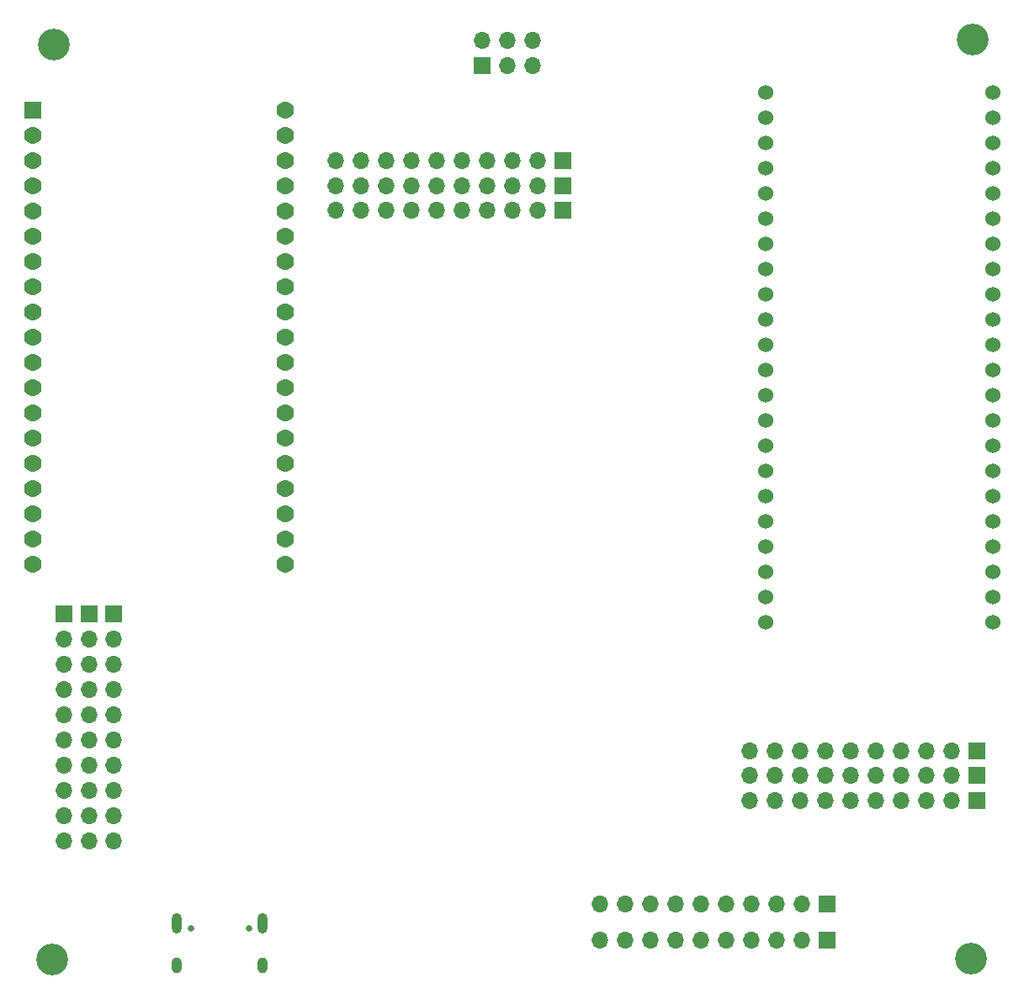
<source format=gbs>
G04 #@! TF.GenerationSoftware,KiCad,Pcbnew,(6.0.9)*
G04 #@! TF.CreationDate,2024-01-31T17:58:44+01:00*
G04 #@! TF.ProjectId,Univerzalni_testovaci_platforma_nejen_pro_IoT_v1,556e6976-6572-47a6-916c-6e695f746573,rev?*
G04 #@! TF.SameCoordinates,Original*
G04 #@! TF.FileFunction,Soldermask,Bot*
G04 #@! TF.FilePolarity,Negative*
%FSLAX46Y46*%
G04 Gerber Fmt 4.6, Leading zero omitted, Abs format (unit mm)*
G04 Created by KiCad (PCBNEW (6.0.9)) date 2024-01-31 17:58:44*
%MOMM*%
%LPD*%
G01*
G04 APERTURE LIST*
G04 Aperture macros list*
%AMRoundRect*
0 Rectangle with rounded corners*
0 $1 Rounding radius*
0 $2 $3 $4 $5 $6 $7 $8 $9 X,Y pos of 4 corners*
0 Add a 4 corners polygon primitive as box body*
4,1,4,$2,$3,$4,$5,$6,$7,$8,$9,$2,$3,0*
0 Add four circle primitives for the rounded corners*
1,1,$1+$1,$2,$3*
1,1,$1+$1,$4,$5*
1,1,$1+$1,$6,$7*
1,1,$1+$1,$8,$9*
0 Add four rect primitives between the rounded corners*
20,1,$1+$1,$2,$3,$4,$5,0*
20,1,$1+$1,$4,$5,$6,$7,0*
20,1,$1+$1,$6,$7,$8,$9,0*
20,1,$1+$1,$8,$9,$2,$3,0*%
G04 Aperture macros list end*
%ADD10R,1.700000X1.700000*%
%ADD11O,1.700000X1.700000*%
%ADD12C,3.200000*%
%ADD13C,1.524000*%
%ADD14RoundRect,0.102000X-0.780000X-0.780000X0.780000X-0.780000X0.780000X0.780000X-0.780000X0.780000X0*%
%ADD15C,1.764000*%
%ADD16C,0.650000*%
%ADD17O,1.000000X1.600000*%
%ADD18O,1.000000X2.100000*%
G04 APERTURE END LIST*
D10*
G04 #@! TO.C,J11*
X107400000Y-111500000D03*
D11*
X107400000Y-114040000D03*
X107400000Y-116580000D03*
X107400000Y-119120000D03*
X107400000Y-121660000D03*
X107400000Y-124200000D03*
X107400000Y-126740000D03*
X107400000Y-129280000D03*
X107400000Y-131820000D03*
X107400000Y-134360000D03*
G04 #@! TD*
D12*
G04 #@! TO.C,H3*
X196200000Y-146200000D03*
G04 #@! TD*
D13*
G04 #@! TO.C,U4*
X175470000Y-59000000D03*
X175470000Y-61540000D03*
X175470000Y-64080000D03*
X175470000Y-66620000D03*
X175470000Y-69160000D03*
X175470000Y-71700000D03*
X175470000Y-74240000D03*
X175470000Y-76780000D03*
X175470000Y-79320000D03*
X175470000Y-81860000D03*
X175470000Y-84400000D03*
X175470000Y-86940000D03*
X175470000Y-89480000D03*
X175470000Y-92020000D03*
X175470000Y-94560000D03*
X175470000Y-97100000D03*
X175470000Y-99640000D03*
X175470000Y-102180000D03*
X175470000Y-104720000D03*
X175470000Y-107260000D03*
X175470000Y-109800000D03*
X175470000Y-112340000D03*
X198330000Y-59000000D03*
X198330000Y-61540000D03*
X198330000Y-64080000D03*
X198330000Y-66620000D03*
X198330000Y-69160000D03*
X198330000Y-71700000D03*
X198330000Y-74240000D03*
X198330000Y-76780000D03*
X198330000Y-79320000D03*
X198330000Y-81860000D03*
X198330000Y-84400000D03*
X198330000Y-86940000D03*
X198330000Y-89480000D03*
X198330000Y-92020000D03*
X198330000Y-94560000D03*
X198330000Y-97100000D03*
X198330000Y-99640000D03*
X198330000Y-102180000D03*
X198330000Y-104720000D03*
X198330000Y-107260000D03*
X198330000Y-109800000D03*
X198330000Y-112340000D03*
G04 #@! TD*
D10*
G04 #@! TO.C,J3*
X104900000Y-111500000D03*
D11*
X104900000Y-114040000D03*
X104900000Y-116580000D03*
X104900000Y-119120000D03*
X104900000Y-121660000D03*
X104900000Y-124200000D03*
X104900000Y-126740000D03*
X104900000Y-129280000D03*
X104900000Y-131820000D03*
X104900000Y-134360000D03*
G04 #@! TD*
D10*
G04 #@! TO.C,J8*
X181725000Y-144400000D03*
D11*
X179185000Y-144400000D03*
X176645000Y-144400000D03*
X174105000Y-144400000D03*
X171565000Y-144400000D03*
X169025000Y-144400000D03*
X166485000Y-144400000D03*
X163945000Y-144400000D03*
X161405000Y-144400000D03*
X158865000Y-144400000D03*
G04 #@! TD*
D14*
G04 #@! TO.C,U3*
X101800000Y-60840000D03*
D15*
X101800000Y-63380000D03*
X101800000Y-65920000D03*
X101800000Y-68460000D03*
X101800000Y-71000000D03*
X101800000Y-73540000D03*
X101800000Y-76080000D03*
X101800000Y-78620000D03*
X101800000Y-81160000D03*
X101800000Y-83700000D03*
X101800000Y-86240000D03*
X101800000Y-88780000D03*
X101800000Y-91320000D03*
X101800000Y-93860000D03*
X101800000Y-96400000D03*
X101800000Y-98940000D03*
X101800000Y-101480000D03*
X101800000Y-104020000D03*
X101800000Y-106560000D03*
X127200000Y-60840000D03*
X127200000Y-63380000D03*
X127200000Y-65920000D03*
X127200000Y-68460000D03*
X127200000Y-71000000D03*
X127200000Y-73540000D03*
X127200000Y-76080000D03*
X127200000Y-78620000D03*
X127200000Y-81160000D03*
X127200000Y-83700000D03*
X127200000Y-86240000D03*
X127200000Y-88780000D03*
X127200000Y-91320000D03*
X127200000Y-93860000D03*
X127200000Y-96400000D03*
X127200000Y-98940000D03*
X127200000Y-101480000D03*
X127200000Y-104020000D03*
X127200000Y-106560000D03*
G04 #@! TD*
D16*
G04 #@! TO.C,J6*
X123490000Y-143195000D03*
X117710000Y-143195000D03*
D17*
X116280000Y-146875000D03*
D18*
X124920000Y-142695000D03*
D17*
X124920000Y-146875000D03*
D18*
X116280000Y-142695000D03*
G04 #@! TD*
D10*
G04 #@! TO.C,J4*
X196800000Y-130300000D03*
D11*
X194260000Y-130300000D03*
X191720000Y-130300000D03*
X189180000Y-130300000D03*
X186640000Y-130300000D03*
X184100000Y-130300000D03*
X181560000Y-130300000D03*
X179020000Y-130300000D03*
X176480000Y-130300000D03*
X173940000Y-130300000D03*
G04 #@! TD*
D10*
G04 #@! TO.C,J12*
X196800000Y-127800000D03*
D11*
X194260000Y-127800000D03*
X191720000Y-127800000D03*
X189180000Y-127800000D03*
X186640000Y-127800000D03*
X184100000Y-127800000D03*
X181560000Y-127800000D03*
X179020000Y-127800000D03*
X176480000Y-127800000D03*
X173940000Y-127800000D03*
G04 #@! TD*
D12*
G04 #@! TO.C,H2*
X196300000Y-53700000D03*
G04 #@! TD*
D10*
G04 #@! TO.C,J5*
X146975000Y-56275000D03*
D11*
X146975000Y-53735000D03*
X149515000Y-56275000D03*
X149515000Y-53735000D03*
X152055000Y-56275000D03*
X152055000Y-53735000D03*
G04 #@! TD*
D12*
G04 #@! TO.C,H1*
X103900000Y-54200000D03*
G04 #@! TD*
D10*
G04 #@! TO.C,J7*
X181700000Y-140700000D03*
D11*
X179160000Y-140700000D03*
X176620000Y-140700000D03*
X174080000Y-140700000D03*
X171540000Y-140700000D03*
X169000000Y-140700000D03*
X166460000Y-140700000D03*
X163920000Y-140700000D03*
X161380000Y-140700000D03*
X158840000Y-140700000D03*
G04 #@! TD*
D10*
G04 #@! TO.C,J9*
X155100000Y-68400000D03*
D11*
X152560000Y-68400000D03*
X150020000Y-68400000D03*
X147480000Y-68400000D03*
X144940000Y-68400000D03*
X142400000Y-68400000D03*
X139860000Y-68400000D03*
X137320000Y-68400000D03*
X134780000Y-68400000D03*
X132240000Y-68400000D03*
G04 #@! TD*
D10*
G04 #@! TO.C,J10*
X155125000Y-70900000D03*
D11*
X152585000Y-70900000D03*
X150045000Y-70900000D03*
X147505000Y-70900000D03*
X144965000Y-70900000D03*
X142425000Y-70900000D03*
X139885000Y-70900000D03*
X137345000Y-70900000D03*
X134805000Y-70900000D03*
X132265000Y-70900000D03*
G04 #@! TD*
D10*
G04 #@! TO.C,J13*
X155100000Y-65900000D03*
D11*
X152560000Y-65900000D03*
X150020000Y-65900000D03*
X147480000Y-65900000D03*
X144940000Y-65900000D03*
X142400000Y-65900000D03*
X139860000Y-65900000D03*
X137320000Y-65900000D03*
X134780000Y-65900000D03*
X132240000Y-65900000D03*
G04 #@! TD*
D10*
G04 #@! TO.C,J1*
X109900000Y-111500000D03*
D11*
X109900000Y-114040000D03*
X109900000Y-116580000D03*
X109900000Y-119120000D03*
X109900000Y-121660000D03*
X109900000Y-124200000D03*
X109900000Y-126740000D03*
X109900000Y-129280000D03*
X109900000Y-131820000D03*
X109900000Y-134360000D03*
G04 #@! TD*
D12*
G04 #@! TO.C,H4*
X103700000Y-146300000D03*
G04 #@! TD*
D10*
G04 #@! TO.C,J2*
X196800000Y-125300000D03*
D11*
X194260000Y-125300000D03*
X191720000Y-125300000D03*
X189180000Y-125300000D03*
X186640000Y-125300000D03*
X184100000Y-125300000D03*
X181560000Y-125300000D03*
X179020000Y-125300000D03*
X176480000Y-125300000D03*
X173940000Y-125300000D03*
G04 #@! TD*
M02*

</source>
